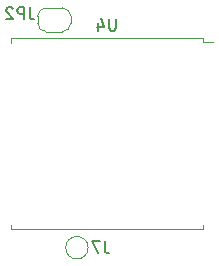
<source format=gbr>
%TF.GenerationSoftware,KiCad,Pcbnew,7.0.1*%
%TF.CreationDate,2023-07-15T13:48:22+02:00*%
%TF.ProjectId,SunSparkESP32,53756e53-7061-4726-9b45-535033322e6b,2.0*%
%TF.SameCoordinates,Original*%
%TF.FileFunction,Legend,Bot*%
%TF.FilePolarity,Positive*%
%FSLAX46Y46*%
G04 Gerber Fmt 4.6, Leading zero omitted, Abs format (unit mm)*
G04 Created by KiCad (PCBNEW 7.0.1) date 2023-07-15 13:48:22*
%MOMM*%
%LPD*%
G01*
G04 APERTURE LIST*
%ADD10C,0.150000*%
%ADD11C,0.120000*%
G04 APERTURE END LIST*
D10*
%TO.C,J7*%
X64595333Y-63470619D02*
X64595333Y-64184904D01*
X64595333Y-64184904D02*
X64642952Y-64327761D01*
X64642952Y-64327761D02*
X64738190Y-64423000D01*
X64738190Y-64423000D02*
X64881047Y-64470619D01*
X64881047Y-64470619D02*
X64976285Y-64470619D01*
X64214380Y-63470619D02*
X63547714Y-63470619D01*
X63547714Y-63470619D02*
X63976285Y-64470619D01*
%TO.C,JP2*%
X58237333Y-43658619D02*
X58237333Y-44372904D01*
X58237333Y-44372904D02*
X58284952Y-44515761D01*
X58284952Y-44515761D02*
X58380190Y-44611000D01*
X58380190Y-44611000D02*
X58523047Y-44658619D01*
X58523047Y-44658619D02*
X58618285Y-44658619D01*
X57761142Y-44658619D02*
X57761142Y-43658619D01*
X57761142Y-43658619D02*
X57380190Y-43658619D01*
X57380190Y-43658619D02*
X57284952Y-43706238D01*
X57284952Y-43706238D02*
X57237333Y-43753857D01*
X57237333Y-43753857D02*
X57189714Y-43849095D01*
X57189714Y-43849095D02*
X57189714Y-43991952D01*
X57189714Y-43991952D02*
X57237333Y-44087190D01*
X57237333Y-44087190D02*
X57284952Y-44134809D01*
X57284952Y-44134809D02*
X57380190Y-44182428D01*
X57380190Y-44182428D02*
X57761142Y-44182428D01*
X56808761Y-43753857D02*
X56761142Y-43706238D01*
X56761142Y-43706238D02*
X56665904Y-43658619D01*
X56665904Y-43658619D02*
X56427809Y-43658619D01*
X56427809Y-43658619D02*
X56332571Y-43706238D01*
X56332571Y-43706238D02*
X56284952Y-43753857D01*
X56284952Y-43753857D02*
X56237333Y-43849095D01*
X56237333Y-43849095D02*
X56237333Y-43944333D01*
X56237333Y-43944333D02*
X56284952Y-44087190D01*
X56284952Y-44087190D02*
X56856380Y-44658619D01*
X56856380Y-44658619D02*
X56237333Y-44658619D01*
%TO.C,U4*%
X65531904Y-44618619D02*
X65531904Y-45428142D01*
X65531904Y-45428142D02*
X65484285Y-45523380D01*
X65484285Y-45523380D02*
X65436666Y-45571000D01*
X65436666Y-45571000D02*
X65341428Y-45618619D01*
X65341428Y-45618619D02*
X65150952Y-45618619D01*
X65150952Y-45618619D02*
X65055714Y-45571000D01*
X65055714Y-45571000D02*
X65008095Y-45523380D01*
X65008095Y-45523380D02*
X64960476Y-45428142D01*
X64960476Y-45428142D02*
X64960476Y-44618619D01*
X64055714Y-44951952D02*
X64055714Y-45618619D01*
X64293809Y-44571000D02*
X64531904Y-45285285D01*
X64531904Y-45285285D02*
X63912857Y-45285285D01*
D11*
%TO.C,J7*%
X63180000Y-64008000D02*
G75*
G03*
X63180000Y-64008000I-950000J0D01*
G01*
%TO.C,JP2*%
X58910000Y-44404000D02*
X58910000Y-45004000D01*
X59610000Y-45704000D02*
X61010000Y-45704000D01*
X61010000Y-43704000D02*
X59610000Y-43704000D01*
X61710000Y-45004000D02*
X61710000Y-44404000D01*
X59610000Y-43704000D02*
G75*
G03*
X58910000Y-44404000I-1J-699999D01*
G01*
X58910000Y-45004000D02*
G75*
G03*
X59610000Y-45704000I699999J-1D01*
G01*
X61710000Y-44404000D02*
G75*
G03*
X61010000Y-43704000I-700000J0D01*
G01*
X61010000Y-45704000D02*
G75*
G03*
X61710000Y-45004000I0J700000D01*
G01*
%TO.C,U4*%
X72870000Y-62456000D02*
X56670000Y-62456000D01*
X72870000Y-62056000D02*
X72870000Y-62456000D01*
X72870000Y-46606000D02*
X73770000Y-46606000D01*
X72870000Y-46256000D02*
X72870000Y-46606000D01*
X72870000Y-46256000D02*
X56670000Y-46256000D01*
X56670000Y-62456000D02*
X56670000Y-62056000D01*
X56670000Y-46256000D02*
X56670000Y-46656000D01*
%TD*%
M02*

</source>
